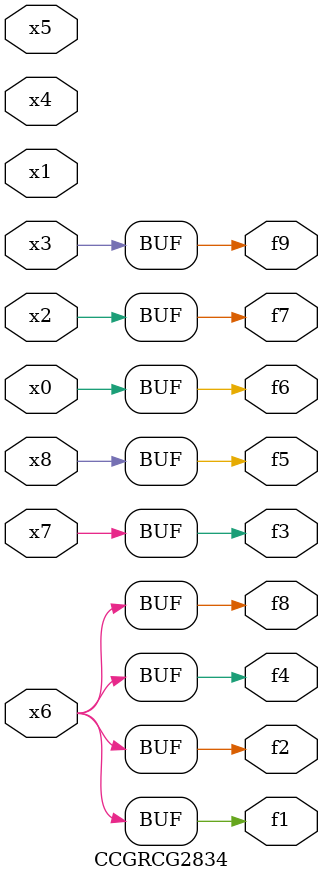
<source format=v>
module CCGRCG2834(
	input x0, x1, x2, x3, x4, x5, x6, x7, x8,
	output f1, f2, f3, f4, f5, f6, f7, f8, f9
);
	assign f1 = x6;
	assign f2 = x6;
	assign f3 = x7;
	assign f4 = x6;
	assign f5 = x8;
	assign f6 = x0;
	assign f7 = x2;
	assign f8 = x6;
	assign f9 = x3;
endmodule

</source>
